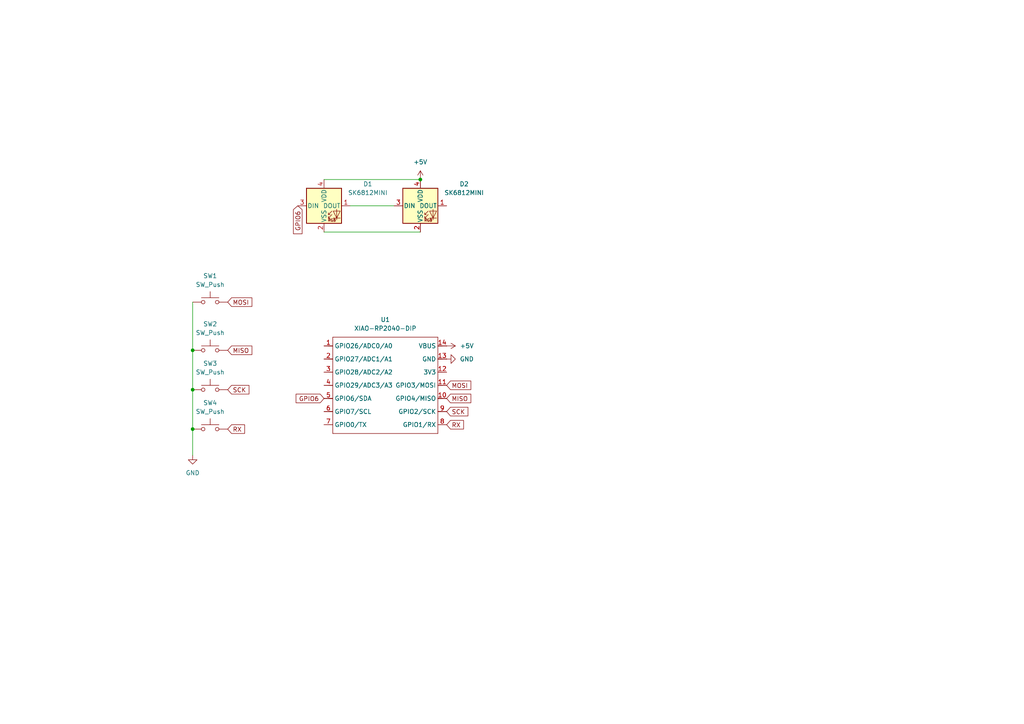
<source format=kicad_sch>
(kicad_sch
	(version 20231120)
	(generator "eeschema")
	(generator_version "8.0")
	(uuid "1606bed6-b9c0-4b29-a6b8-dd36e10e5413")
	(paper "A4")
	(lib_symbols
		(symbol "LED:SK6812MINI"
			(pin_names
				(offset 0.254)
			)
			(exclude_from_sim no)
			(in_bom yes)
			(on_board yes)
			(property "Reference" "D"
				(at 5.08 5.715 0)
				(effects
					(font
						(size 1.27 1.27)
					)
					(justify right bottom)
				)
			)
			(property "Value" "SK6812MINI"
				(at 1.27 -5.715 0)
				(effects
					(font
						(size 1.27 1.27)
					)
					(justify left top)
				)
			)
			(property "Footprint" "LED_SMD:LED_SK6812MINI_PLCC4_3.5x3.5mm_P1.75mm"
				(at 1.27 -7.62 0)
				(effects
					(font
						(size 1.27 1.27)
					)
					(justify left top)
					(hide yes)
				)
			)
			(property "Datasheet" "https://cdn-shop.adafruit.com/product-files/2686/SK6812MINI_REV.01-1-2.pdf"
				(at 2.54 -9.525 0)
				(effects
					(font
						(size 1.27 1.27)
					)
					(justify left top)
					(hide yes)
				)
			)
			(property "Description" "RGB LED with integrated controller"
				(at 0 0 0)
				(effects
					(font
						(size 1.27 1.27)
					)
					(hide yes)
				)
			)
			(property "ki_keywords" "RGB LED NeoPixel Mini addressable"
				(at 0 0 0)
				(effects
					(font
						(size 1.27 1.27)
					)
					(hide yes)
				)
			)
			(property "ki_fp_filters" "LED*SK6812MINI*PLCC*3.5x3.5mm*P1.75mm*"
				(at 0 0 0)
				(effects
					(font
						(size 1.27 1.27)
					)
					(hide yes)
				)
			)
			(symbol "SK6812MINI_0_0"
				(text "RGB"
					(at 2.286 -4.191 0)
					(effects
						(font
							(size 0.762 0.762)
						)
					)
				)
			)
			(symbol "SK6812MINI_0_1"
				(polyline
					(pts
						(xy 1.27 -3.556) (xy 1.778 -3.556)
					)
					(stroke
						(width 0)
						(type default)
					)
					(fill
						(type none)
					)
				)
				(polyline
					(pts
						(xy 1.27 -2.54) (xy 1.778 -2.54)
					)
					(stroke
						(width 0)
						(type default)
					)
					(fill
						(type none)
					)
				)
				(polyline
					(pts
						(xy 4.699 -3.556) (xy 2.667 -3.556)
					)
					(stroke
						(width 0)
						(type default)
					)
					(fill
						(type none)
					)
				)
				(polyline
					(pts
						(xy 2.286 -2.54) (xy 1.27 -3.556) (xy 1.27 -3.048)
					)
					(stroke
						(width 0)
						(type default)
					)
					(fill
						(type none)
					)
				)
				(polyline
					(pts
						(xy 2.286 -1.524) (xy 1.27 -2.54) (xy 1.27 -2.032)
					)
					(stroke
						(width 0)
						(type default)
					)
					(fill
						(type none)
					)
				)
				(polyline
					(pts
						(xy 3.683 -1.016) (xy 3.683 -3.556) (xy 3.683 -4.064)
					)
					(stroke
						(width 0)
						(type default)
					)
					(fill
						(type none)
					)
				)
				(polyline
					(pts
						(xy 4.699 -1.524) (xy 2.667 -1.524) (xy 3.683 -3.556) (xy 4.699 -1.524)
					)
					(stroke
						(width 0)
						(type default)
					)
					(fill
						(type none)
					)
				)
				(rectangle
					(start 5.08 5.08)
					(end -5.08 -5.08)
					(stroke
						(width 0.254)
						(type default)
					)
					(fill
						(type background)
					)
				)
			)
			(symbol "SK6812MINI_1_1"
				(pin output line
					(at 7.62 0 180)
					(length 2.54)
					(name "DOUT"
						(effects
							(font
								(size 1.27 1.27)
							)
						)
					)
					(number "1"
						(effects
							(font
								(size 1.27 1.27)
							)
						)
					)
				)
				(pin power_in line
					(at 0 -7.62 90)
					(length 2.54)
					(name "VSS"
						(effects
							(font
								(size 1.27 1.27)
							)
						)
					)
					(number "2"
						(effects
							(font
								(size 1.27 1.27)
							)
						)
					)
				)
				(pin input line
					(at -7.62 0 0)
					(length 2.54)
					(name "DIN"
						(effects
							(font
								(size 1.27 1.27)
							)
						)
					)
					(number "3"
						(effects
							(font
								(size 1.27 1.27)
							)
						)
					)
				)
				(pin power_in line
					(at 0 7.62 270)
					(length 2.54)
					(name "VDD"
						(effects
							(font
								(size 1.27 1.27)
							)
						)
					)
					(number "4"
						(effects
							(font
								(size 1.27 1.27)
							)
						)
					)
				)
			)
		)
		(symbol "Seeed_Studio_XIAO_Series:XIAO-RP2040-DIP"
			(exclude_from_sim no)
			(in_bom yes)
			(on_board yes)
			(property "Reference" "U"
				(at 0 0 0)
				(effects
					(font
						(size 1.27 1.27)
					)
				)
			)
			(property "Value" "XIAO-RP2040-DIP"
				(at 5.334 -1.778 0)
				(effects
					(font
						(size 1.27 1.27)
					)
				)
			)
			(property "Footprint" "Module:MOUDLE14P-XIAO-DIP-SMD"
				(at 14.478 -32.258 0)
				(effects
					(font
						(size 1.27 1.27)
					)
					(hide yes)
				)
			)
			(property "Datasheet" ""
				(at 0 0 0)
				(effects
					(font
						(size 1.27 1.27)
					)
					(hide yes)
				)
			)
			(property "Description" ""
				(at 0 0 0)
				(effects
					(font
						(size 1.27 1.27)
					)
					(hide yes)
				)
			)
			(symbol "XIAO-RP2040-DIP_1_0"
				(polyline
					(pts
						(xy -1.27 -30.48) (xy -1.27 -16.51)
					)
					(stroke
						(width 0.1524)
						(type solid)
					)
					(fill
						(type none)
					)
				)
				(polyline
					(pts
						(xy -1.27 -27.94) (xy -2.54 -27.94)
					)
					(stroke
						(width 0.1524)
						(type solid)
					)
					(fill
						(type none)
					)
				)
				(polyline
					(pts
						(xy -1.27 -24.13) (xy -2.54 -24.13)
					)
					(stroke
						(width 0.1524)
						(type solid)
					)
					(fill
						(type none)
					)
				)
				(polyline
					(pts
						(xy -1.27 -20.32) (xy -2.54 -20.32)
					)
					(stroke
						(width 0.1524)
						(type solid)
					)
					(fill
						(type none)
					)
				)
				(polyline
					(pts
						(xy -1.27 -16.51) (xy -2.54 -16.51)
					)
					(stroke
						(width 0.1524)
						(type solid)
					)
					(fill
						(type none)
					)
				)
				(polyline
					(pts
						(xy -1.27 -16.51) (xy -1.27 -12.7)
					)
					(stroke
						(width 0.1524)
						(type solid)
					)
					(fill
						(type none)
					)
				)
				(polyline
					(pts
						(xy -1.27 -12.7) (xy -2.54 -12.7)
					)
					(stroke
						(width 0.1524)
						(type solid)
					)
					(fill
						(type none)
					)
				)
				(polyline
					(pts
						(xy -1.27 -12.7) (xy -1.27 -8.89)
					)
					(stroke
						(width 0.1524)
						(type solid)
					)
					(fill
						(type none)
					)
				)
				(polyline
					(pts
						(xy -1.27 -8.89) (xy -2.54 -8.89)
					)
					(stroke
						(width 0.1524)
						(type solid)
					)
					(fill
						(type none)
					)
				)
				(polyline
					(pts
						(xy -1.27 -8.89) (xy -1.27 -5.08)
					)
					(stroke
						(width 0.1524)
						(type solid)
					)
					(fill
						(type none)
					)
				)
				(polyline
					(pts
						(xy -1.27 -5.08) (xy -2.54 -5.08)
					)
					(stroke
						(width 0.1524)
						(type solid)
					)
					(fill
						(type none)
					)
				)
				(polyline
					(pts
						(xy -1.27 -5.08) (xy -1.27 -2.54)
					)
					(stroke
						(width 0.1524)
						(type solid)
					)
					(fill
						(type none)
					)
				)
				(polyline
					(pts
						(xy -1.27 -2.54) (xy 29.21 -2.54)
					)
					(stroke
						(width 0.1524)
						(type solid)
					)
					(fill
						(type none)
					)
				)
				(polyline
					(pts
						(xy 29.21 -30.48) (xy -1.27 -30.48)
					)
					(stroke
						(width 0.1524)
						(type solid)
					)
					(fill
						(type none)
					)
				)
				(polyline
					(pts
						(xy 29.21 -12.7) (xy 29.21 -30.48)
					)
					(stroke
						(width 0.1524)
						(type solid)
					)
					(fill
						(type none)
					)
				)
				(polyline
					(pts
						(xy 29.21 -8.89) (xy 29.21 -12.7)
					)
					(stroke
						(width 0.1524)
						(type solid)
					)
					(fill
						(type none)
					)
				)
				(polyline
					(pts
						(xy 29.21 -5.08) (xy 29.21 -8.89)
					)
					(stroke
						(width 0.1524)
						(type solid)
					)
					(fill
						(type none)
					)
				)
				(polyline
					(pts
						(xy 29.21 -2.54) (xy 29.21 -5.08)
					)
					(stroke
						(width 0.1524)
						(type solid)
					)
					(fill
						(type none)
					)
				)
				(polyline
					(pts
						(xy 30.48 -27.94) (xy 29.21 -27.94)
					)
					(stroke
						(width 0.1524)
						(type solid)
					)
					(fill
						(type none)
					)
				)
				(polyline
					(pts
						(xy 30.48 -24.13) (xy 29.21 -24.13)
					)
					(stroke
						(width 0.1524)
						(type solid)
					)
					(fill
						(type none)
					)
				)
				(polyline
					(pts
						(xy 30.48 -20.32) (xy 29.21 -20.32)
					)
					(stroke
						(width 0.1524)
						(type solid)
					)
					(fill
						(type none)
					)
				)
				(polyline
					(pts
						(xy 30.48 -16.51) (xy 29.21 -16.51)
					)
					(stroke
						(width 0.1524)
						(type solid)
					)
					(fill
						(type none)
					)
				)
				(polyline
					(pts
						(xy 30.48 -12.7) (xy 29.21 -12.7)
					)
					(stroke
						(width 0.1524)
						(type solid)
					)
					(fill
						(type none)
					)
				)
				(polyline
					(pts
						(xy 30.48 -8.89) (xy 29.21 -8.89)
					)
					(stroke
						(width 0.1524)
						(type solid)
					)
					(fill
						(type none)
					)
				)
				(polyline
					(pts
						(xy 30.48 -5.08) (xy 29.21 -5.08)
					)
					(stroke
						(width 0.1524)
						(type solid)
					)
					(fill
						(type none)
					)
				)
				(pin passive line
					(at -3.81 -5.08 0)
					(length 2.54)
					(name "GPIO26/ADC0/A0"
						(effects
							(font
								(size 1.27 1.27)
							)
						)
					)
					(number "1"
						(effects
							(font
								(size 1.27 1.27)
							)
						)
					)
				)
				(pin passive line
					(at 31.75 -20.32 180)
					(length 2.54)
					(name "GPIO4/MISO"
						(effects
							(font
								(size 1.27 1.27)
							)
						)
					)
					(number "10"
						(effects
							(font
								(size 1.27 1.27)
							)
						)
					)
				)
				(pin passive line
					(at 31.75 -16.51 180)
					(length 2.54)
					(name "GPIO3/MOSI"
						(effects
							(font
								(size 1.27 1.27)
							)
						)
					)
					(number "11"
						(effects
							(font
								(size 1.27 1.27)
							)
						)
					)
				)
				(pin passive line
					(at 31.75 -12.7 180)
					(length 2.54)
					(name "3V3"
						(effects
							(font
								(size 1.27 1.27)
							)
						)
					)
					(number "12"
						(effects
							(font
								(size 1.27 1.27)
							)
						)
					)
				)
				(pin passive line
					(at 31.75 -8.89 180)
					(length 2.54)
					(name "GND"
						(effects
							(font
								(size 1.27 1.27)
							)
						)
					)
					(number "13"
						(effects
							(font
								(size 1.27 1.27)
							)
						)
					)
				)
				(pin passive line
					(at 31.75 -5.08 180)
					(length 2.54)
					(name "VBUS"
						(effects
							(font
								(size 1.27 1.27)
							)
						)
					)
					(number "14"
						(effects
							(font
								(size 1.27 1.27)
							)
						)
					)
				)
				(pin passive line
					(at -3.81 -8.89 0)
					(length 2.54)
					(name "GPIO27/ADC1/A1"
						(effects
							(font
								(size 1.27 1.27)
							)
						)
					)
					(number "2"
						(effects
							(font
								(size 1.27 1.27)
							)
						)
					)
				)
				(pin passive line
					(at -3.81 -12.7 0)
					(length 2.54)
					(name "GPIO28/ADC2/A2"
						(effects
							(font
								(size 1.27 1.27)
							)
						)
					)
					(number "3"
						(effects
							(font
								(size 1.27 1.27)
							)
						)
					)
				)
				(pin passive line
					(at -3.81 -16.51 0)
					(length 2.54)
					(name "GPIO29/ADC3/A3"
						(effects
							(font
								(size 1.27 1.27)
							)
						)
					)
					(number "4"
						(effects
							(font
								(size 1.27 1.27)
							)
						)
					)
				)
				(pin passive line
					(at -3.81 -20.32 0)
					(length 2.54)
					(name "GPIO6/SDA"
						(effects
							(font
								(size 1.27 1.27)
							)
						)
					)
					(number "5"
						(effects
							(font
								(size 1.27 1.27)
							)
						)
					)
				)
				(pin passive line
					(at -3.81 -24.13 0)
					(length 2.54)
					(name "GPIO7/SCL"
						(effects
							(font
								(size 1.27 1.27)
							)
						)
					)
					(number "6"
						(effects
							(font
								(size 1.27 1.27)
							)
						)
					)
				)
				(pin passive line
					(at -3.81 -27.94 0)
					(length 2.54)
					(name "GPIO0/TX"
						(effects
							(font
								(size 1.27 1.27)
							)
						)
					)
					(number "7"
						(effects
							(font
								(size 1.27 1.27)
							)
						)
					)
				)
				(pin passive line
					(at 31.75 -27.94 180)
					(length 2.54)
					(name "GPIO1/RX"
						(effects
							(font
								(size 1.27 1.27)
							)
						)
					)
					(number "8"
						(effects
							(font
								(size 1.27 1.27)
							)
						)
					)
				)
				(pin passive line
					(at 31.75 -24.13 180)
					(length 2.54)
					(name "GPIO2/SCK"
						(effects
							(font
								(size 1.27 1.27)
							)
						)
					)
					(number "9"
						(effects
							(font
								(size 1.27 1.27)
							)
						)
					)
				)
			)
		)
		(symbol "Switch:SW_Push"
			(pin_numbers hide)
			(pin_names
				(offset 1.016) hide)
			(exclude_from_sim no)
			(in_bom yes)
			(on_board yes)
			(property "Reference" "SW"
				(at 1.27 2.54 0)
				(effects
					(font
						(size 1.27 1.27)
					)
					(justify left)
				)
			)
			(property "Value" "SW_Push"
				(at 0 -1.524 0)
				(effects
					(font
						(size 1.27 1.27)
					)
				)
			)
			(property "Footprint" ""
				(at 0 5.08 0)
				(effects
					(font
						(size 1.27 1.27)
					)
					(hide yes)
				)
			)
			(property "Datasheet" "~"
				(at 0 5.08 0)
				(effects
					(font
						(size 1.27 1.27)
					)
					(hide yes)
				)
			)
			(property "Description" "Push button switch, generic, two pins"
				(at 0 0 0)
				(effects
					(font
						(size 1.27 1.27)
					)
					(hide yes)
				)
			)
			(property "ki_keywords" "switch normally-open pushbutton push-button"
				(at 0 0 0)
				(effects
					(font
						(size 1.27 1.27)
					)
					(hide yes)
				)
			)
			(symbol "SW_Push_0_1"
				(circle
					(center -2.032 0)
					(radius 0.508)
					(stroke
						(width 0)
						(type default)
					)
					(fill
						(type none)
					)
				)
				(polyline
					(pts
						(xy 0 1.27) (xy 0 3.048)
					)
					(stroke
						(width 0)
						(type default)
					)
					(fill
						(type none)
					)
				)
				(polyline
					(pts
						(xy 2.54 1.27) (xy -2.54 1.27)
					)
					(stroke
						(width 0)
						(type default)
					)
					(fill
						(type none)
					)
				)
				(circle
					(center 2.032 0)
					(radius 0.508)
					(stroke
						(width 0)
						(type default)
					)
					(fill
						(type none)
					)
				)
				(pin passive line
					(at -5.08 0 0)
					(length 2.54)
					(name "1"
						(effects
							(font
								(size 1.27 1.27)
							)
						)
					)
					(number "1"
						(effects
							(font
								(size 1.27 1.27)
							)
						)
					)
				)
				(pin passive line
					(at 5.08 0 180)
					(length 2.54)
					(name "2"
						(effects
							(font
								(size 1.27 1.27)
							)
						)
					)
					(number "2"
						(effects
							(font
								(size 1.27 1.27)
							)
						)
					)
				)
			)
		)
		(symbol "power:+5V"
			(power)
			(pin_numbers hide)
			(pin_names
				(offset 0) hide)
			(exclude_from_sim no)
			(in_bom yes)
			(on_board yes)
			(property "Reference" "#PWR"
				(at 0 -3.81 0)
				(effects
					(font
						(size 1.27 1.27)
					)
					(hide yes)
				)
			)
			(property "Value" "+5V"
				(at 0 3.556 0)
				(effects
					(font
						(size 1.27 1.27)
					)
				)
			)
			(property "Footprint" ""
				(at 0 0 0)
				(effects
					(font
						(size 1.27 1.27)
					)
					(hide yes)
				)
			)
			(property "Datasheet" ""
				(at 0 0 0)
				(effects
					(font
						(size 1.27 1.27)
					)
					(hide yes)
				)
			)
			(property "Description" "Power symbol creates a global label with name \"+5V\""
				(at 0 0 0)
				(effects
					(font
						(size 1.27 1.27)
					)
					(hide yes)
				)
			)
			(property "ki_keywords" "global power"
				(at 0 0 0)
				(effects
					(font
						(size 1.27 1.27)
					)
					(hide yes)
				)
			)
			(symbol "+5V_0_1"
				(polyline
					(pts
						(xy -0.762 1.27) (xy 0 2.54)
					)
					(stroke
						(width 0)
						(type default)
					)
					(fill
						(type none)
					)
				)
				(polyline
					(pts
						(xy 0 0) (xy 0 2.54)
					)
					(stroke
						(width 0)
						(type default)
					)
					(fill
						(type none)
					)
				)
				(polyline
					(pts
						(xy 0 2.54) (xy 0.762 1.27)
					)
					(stroke
						(width 0)
						(type default)
					)
					(fill
						(type none)
					)
				)
			)
			(symbol "+5V_1_1"
				(pin power_in line
					(at 0 0 90)
					(length 0)
					(name "~"
						(effects
							(font
								(size 1.27 1.27)
							)
						)
					)
					(number "1"
						(effects
							(font
								(size 1.27 1.27)
							)
						)
					)
				)
			)
		)
		(symbol "power:GND"
			(power)
			(pin_numbers hide)
			(pin_names
				(offset 0) hide)
			(exclude_from_sim no)
			(in_bom yes)
			(on_board yes)
			(property "Reference" "#PWR"
				(at 0 -6.35 0)
				(effects
					(font
						(size 1.27 1.27)
					)
					(hide yes)
				)
			)
			(property "Value" "GND"
				(at 0 -3.81 0)
				(effects
					(font
						(size 1.27 1.27)
					)
				)
			)
			(property "Footprint" ""
				(at 0 0 0)
				(effects
					(font
						(size 1.27 1.27)
					)
					(hide yes)
				)
			)
			(property "Datasheet" ""
				(at 0 0 0)
				(effects
					(font
						(size 1.27 1.27)
					)
					(hide yes)
				)
			)
			(property "Description" "Power symbol creates a global label with name \"GND\" , ground"
				(at 0 0 0)
				(effects
					(font
						(size 1.27 1.27)
					)
					(hide yes)
				)
			)
			(property "ki_keywords" "global power"
				(at 0 0 0)
				(effects
					(font
						(size 1.27 1.27)
					)
					(hide yes)
				)
			)
			(symbol "GND_0_1"
				(polyline
					(pts
						(xy 0 0) (xy 0 -1.27) (xy 1.27 -1.27) (xy 0 -2.54) (xy -1.27 -1.27) (xy 0 -1.27)
					)
					(stroke
						(width 0)
						(type default)
					)
					(fill
						(type none)
					)
				)
			)
			(symbol "GND_1_1"
				(pin power_in line
					(at 0 0 270)
					(length 0)
					(name "~"
						(effects
							(font
								(size 1.27 1.27)
							)
						)
					)
					(number "1"
						(effects
							(font
								(size 1.27 1.27)
							)
						)
					)
				)
			)
		)
	)
	(junction
		(at 55.88 124.46)
		(diameter 0)
		(color 0 0 0 0)
		(uuid "5710ec71-61b1-437c-a4f1-211f529413f2")
	)
	(junction
		(at 121.92 52.07)
		(diameter 0)
		(color 0 0 0 0)
		(uuid "6910da57-d542-4274-8e7c-acd64e04d2b5")
	)
	(junction
		(at 55.88 113.03)
		(diameter 0)
		(color 0 0 0 0)
		(uuid "92e2f5e0-41d2-4245-b7ee-5931b6c91234")
	)
	(junction
		(at 55.88 101.6)
		(diameter 0)
		(color 0 0 0 0)
		(uuid "eb64900f-980a-4757-b600-e7a2ae3b8180")
	)
	(wire
		(pts
			(xy 55.88 101.6) (xy 55.88 113.03)
		)
		(stroke
			(width 0)
			(type default)
		)
		(uuid "02b131dd-103b-4098-8b67-5c5a92aff98d")
	)
	(wire
		(pts
			(xy 93.98 52.07) (xy 121.92 52.07)
		)
		(stroke
			(width 0)
			(type default)
		)
		(uuid "0dbce03d-f90e-463f-85eb-f00216e8b41e")
	)
	(wire
		(pts
			(xy 93.98 67.31) (xy 121.92 67.31)
		)
		(stroke
			(width 0)
			(type default)
		)
		(uuid "289b200f-a515-4ab1-b6dd-164c2ff6d59f")
	)
	(wire
		(pts
			(xy 55.88 124.46) (xy 55.88 132.08)
		)
		(stroke
			(width 0)
			(type default)
		)
		(uuid "7222c95a-0c96-4ca6-9c1d-e9f169434b27")
	)
	(wire
		(pts
			(xy 101.6 59.69) (xy 114.3 59.69)
		)
		(stroke
			(width 0)
			(type default)
		)
		(uuid "bca85795-2ab1-419b-993d-fcbcce1e71b2")
	)
	(wire
		(pts
			(xy 55.88 87.63) (xy 55.88 101.6)
		)
		(stroke
			(width 0)
			(type default)
		)
		(uuid "cb7a9c8b-153c-4d2d-8332-9265aed27090")
	)
	(wire
		(pts
			(xy 55.88 113.03) (xy 55.88 124.46)
		)
		(stroke
			(width 0)
			(type default)
		)
		(uuid "dafbaade-e24d-48dc-a669-6f7c10d1de97")
	)
	(global_label "SCK"
		(shape input)
		(at 66.04 113.03 0)
		(fields_autoplaced yes)
		(effects
			(font
				(size 1.27 1.27)
			)
			(justify left)
		)
		(uuid "0c65ba98-77ad-4e30-92da-0e3e220ac6ca")
		(property "Intersheetrefs" "${INTERSHEET_REFS}"
			(at 72.7747 113.03 0)
			(effects
				(font
					(size 1.27 1.27)
				)
				(justify left)
				(hide yes)
			)
		)
	)
	(global_label "MOSI"
		(shape input)
		(at 66.04 87.63 0)
		(fields_autoplaced yes)
		(effects
			(font
				(size 1.27 1.27)
			)
			(justify left)
		)
		(uuid "2683ce0f-f686-45fe-8b6d-b6a9498ef68c")
		(property "Intersheetrefs" "${INTERSHEET_REFS}"
			(at 73.6214 87.63 0)
			(effects
				(font
					(size 1.27 1.27)
				)
				(justify left)
				(hide yes)
			)
		)
	)
	(global_label "MISO"
		(shape input)
		(at 66.04 101.6 0)
		(fields_autoplaced yes)
		(effects
			(font
				(size 1.27 1.27)
			)
			(justify left)
		)
		(uuid "2c63aa88-7edb-4e7c-a6c6-6694694802a8")
		(property "Intersheetrefs" "${INTERSHEET_REFS}"
			(at 73.6214 101.6 0)
			(effects
				(font
					(size 1.27 1.27)
				)
				(justify left)
				(hide yes)
			)
		)
	)
	(global_label "SCK"
		(shape input)
		(at 129.54 119.38 0)
		(fields_autoplaced yes)
		(effects
			(font
				(size 1.27 1.27)
			)
			(justify left)
		)
		(uuid "369b80cd-e472-4e17-bbb0-c59a2b7ab27f")
		(property "Intersheetrefs" "${INTERSHEET_REFS}"
			(at 136.2747 119.38 0)
			(effects
				(font
					(size 1.27 1.27)
				)
				(justify left)
				(hide yes)
			)
		)
	)
	(global_label "GPIO6"
		(shape input)
		(at 86.36 59.69 270)
		(fields_autoplaced yes)
		(effects
			(font
				(size 1.27 1.27)
			)
			(justify right)
		)
		(uuid "45a807c8-0232-439d-8db7-b2a448bdf0e1")
		(property "Intersheetrefs" "${INTERSHEET_REFS}"
			(at 86.36 68.36 90)
			(effects
				(font
					(size 1.27 1.27)
				)
				(justify right)
				(hide yes)
			)
		)
	)
	(global_label "RX"
		(shape input)
		(at 66.04 124.46 0)
		(fields_autoplaced yes)
		(effects
			(font
				(size 1.27 1.27)
			)
			(justify left)
		)
		(uuid "5fc4313b-24c5-428a-8dcc-1812c3d5bef0")
		(property "Intersheetrefs" "${INTERSHEET_REFS}"
			(at 71.5047 124.46 0)
			(effects
				(font
					(size 1.27 1.27)
				)
				(justify left)
				(hide yes)
			)
		)
	)
	(global_label "MISO"
		(shape input)
		(at 129.54 115.57 0)
		(fields_autoplaced yes)
		(effects
			(font
				(size 1.27 1.27)
			)
			(justify left)
		)
		(uuid "631774e2-71a7-4c3c-89a2-6e2c44267136")
		(property "Intersheetrefs" "${INTERSHEET_REFS}"
			(at 137.1214 115.57 0)
			(effects
				(font
					(size 1.27 1.27)
				)
				(justify left)
				(hide yes)
			)
		)
	)
	(global_label "RX"
		(shape input)
		(at 129.54 123.19 0)
		(fields_autoplaced yes)
		(effects
			(font
				(size 1.27 1.27)
			)
			(justify left)
		)
		(uuid "84e503f0-5278-44f9-b8f0-0c517a3fc379")
		(property "Intersheetrefs" "${INTERSHEET_REFS}"
			(at 135.0047 123.19 0)
			(effects
				(font
					(size 1.27 1.27)
				)
				(justify left)
				(hide yes)
			)
		)
	)
	(global_label "GPIO6"
		(shape input)
		(at 93.98 115.57 180)
		(fields_autoplaced yes)
		(effects
			(font
				(size 1.27 1.27)
			)
			(justify right)
		)
		(uuid "86a60eae-9c5d-4c5d-b705-c241ef90ac69")
		(property "Intersheetrefs" "${INTERSHEET_REFS}"
			(at 85.31 115.57 0)
			(effects
				(font
					(size 1.27 1.27)
				)
				(justify right)
				(hide yes)
			)
		)
	)
	(global_label "MOSI"
		(shape input)
		(at 129.54 111.76 0)
		(fields_autoplaced yes)
		(effects
			(font
				(size 1.27 1.27)
			)
			(justify left)
		)
		(uuid "ec2051dd-badc-4e10-96b1-a7b42b751bfa")
		(property "Intersheetrefs" "${INTERSHEET_REFS}"
			(at 137.1214 111.76 0)
			(effects
				(font
					(size 1.27 1.27)
				)
				(justify left)
				(hide yes)
			)
		)
	)
	(symbol
		(lib_id "Switch:SW_Push")
		(at 60.96 101.6 0)
		(unit 1)
		(exclude_from_sim no)
		(in_bom yes)
		(on_board yes)
		(dnp no)
		(fields_autoplaced yes)
		(uuid "1f8b43c7-ec66-4b79-9fda-61eeb36aa6c5")
		(property "Reference" "SW2"
			(at 60.96 93.98 0)
			(effects
				(font
					(size 1.27 1.27)
				)
			)
		)
		(property "Value" "SW_Push"
			(at 60.96 96.52 0)
			(effects
				(font
					(size 1.27 1.27)
				)
			)
		)
		(property "Footprint" "Button_Switch_Keyboard:SW_Cherry_MX_1.00u_PCB"
			(at 60.96 96.52 0)
			(effects
				(font
					(size 1.27 1.27)
				)
				(hide yes)
			)
		)
		(property "Datasheet" "~"
			(at 60.96 96.52 0)
			(effects
				(font
					(size 1.27 1.27)
				)
				(hide yes)
			)
		)
		(property "Description" "Push button switch, generic, two pins"
			(at 60.96 101.6 0)
			(effects
				(font
					(size 1.27 1.27)
				)
				(hide yes)
			)
		)
		(pin "2"
			(uuid "ec19d8b8-5bdb-49f6-8515-21d07454742c")
		)
		(pin "1"
			(uuid "5fcafcec-c93b-4037-b59e-5117ac237509")
		)
		(instances
			(project "Macropad"
				(path "/1606bed6-b9c0-4b29-a6b8-dd36e10e5413"
					(reference "SW2")
					(unit 1)
				)
			)
		)
	)
	(symbol
		(lib_id "power:+5V")
		(at 129.54 100.33 270)
		(unit 1)
		(exclude_from_sim no)
		(in_bom yes)
		(on_board yes)
		(dnp no)
		(fields_autoplaced yes)
		(uuid "53c448d6-07ae-4413-a51c-b3860d870cf9")
		(property "Reference" "#PWR04"
			(at 125.73 100.33 0)
			(effects
				(font
					(size 1.27 1.27)
				)
				(hide yes)
			)
		)
		(property "Value" "+5V"
			(at 133.35 100.3299 90)
			(effects
				(font
					(size 1.27 1.27)
				)
				(justify left)
			)
		)
		(property "Footprint" ""
			(at 129.54 100.33 0)
			(effects
				(font
					(size 1.27 1.27)
				)
				(hide yes)
			)
		)
		(property "Datasheet" ""
			(at 129.54 100.33 0)
			(effects
				(font
					(size 1.27 1.27)
				)
				(hide yes)
			)
		)
		(property "Description" "Power symbol creates a global label with name \"+5V\""
			(at 129.54 100.33 0)
			(effects
				(font
					(size 1.27 1.27)
				)
				(hide yes)
			)
		)
		(pin "1"
			(uuid "818adf1c-838f-4830-92fb-d76e62526df7")
		)
		(instances
			(project "Macropad"
				(path "/1606bed6-b9c0-4b29-a6b8-dd36e10e5413"
					(reference "#PWR04")
					(unit 1)
				)
			)
		)
	)
	(symbol
		(lib_id "Switch:SW_Push")
		(at 60.96 124.46 0)
		(unit 1)
		(exclude_from_sim no)
		(in_bom yes)
		(on_board yes)
		(dnp no)
		(fields_autoplaced yes)
		(uuid "540f1ab7-f247-4a62-9cdb-9f747b579600")
		(property "Reference" "SW4"
			(at 60.96 116.84 0)
			(effects
				(font
					(size 1.27 1.27)
				)
			)
		)
		(property "Value" "SW_Push"
			(at 60.96 119.38 0)
			(effects
				(font
					(size 1.27 1.27)
				)
			)
		)
		(property "Footprint" "Button_Switch_Keyboard:SW_Cherry_MX_1.00u_PCB"
			(at 60.96 119.38 0)
			(effects
				(font
					(size 1.27 1.27)
				)
				(hide yes)
			)
		)
		(property "Datasheet" "~"
			(at 60.96 119.38 0)
			(effects
				(font
					(size 1.27 1.27)
				)
				(hide yes)
			)
		)
		(property "Description" "Push button switch, generic, two pins"
			(at 60.96 124.46 0)
			(effects
				(font
					(size 1.27 1.27)
				)
				(hide yes)
			)
		)
		(pin "2"
			(uuid "dca8612e-dd66-46ff-8d12-a47e0c0f4538")
		)
		(pin "1"
			(uuid "7143b9b2-949f-47cd-aecb-49dcfe3907e0")
		)
		(instances
			(project "Macropad"
				(path "/1606bed6-b9c0-4b29-a6b8-dd36e10e5413"
					(reference "SW4")
					(unit 1)
				)
			)
		)
	)
	(symbol
		(lib_id "power:GND")
		(at 55.88 132.08 0)
		(unit 1)
		(exclude_from_sim no)
		(in_bom yes)
		(on_board yes)
		(dnp no)
		(fields_autoplaced yes)
		(uuid "55c247b9-846c-4697-bbce-6ab05832a815")
		(property "Reference" "#PWR02"
			(at 55.88 138.43 0)
			(effects
				(font
					(size 1.27 1.27)
				)
				(hide yes)
			)
		)
		(property "Value" "GND"
			(at 55.88 137.16 0)
			(effects
				(font
					(size 1.27 1.27)
				)
			)
		)
		(property "Footprint" ""
			(at 55.88 132.08 0)
			(effects
				(font
					(size 1.27 1.27)
				)
				(hide yes)
			)
		)
		(property "Datasheet" ""
			(at 55.88 132.08 0)
			(effects
				(font
					(size 1.27 1.27)
				)
				(hide yes)
			)
		)
		(property "Description" "Power symbol creates a global label with name \"GND\" , ground"
			(at 55.88 132.08 0)
			(effects
				(font
					(size 1.27 1.27)
				)
				(hide yes)
			)
		)
		(pin "1"
			(uuid "15ddca84-e2d7-43c5-9955-465742061d96")
		)
		(instances
			(project ""
				(path "/1606bed6-b9c0-4b29-a6b8-dd36e10e5413"
					(reference "#PWR02")
					(unit 1)
				)
			)
		)
	)
	(symbol
		(lib_id "Seeed_Studio_XIAO_Series:XIAO-RP2040-DIP")
		(at 97.79 95.25 0)
		(unit 1)
		(exclude_from_sim no)
		(in_bom yes)
		(on_board yes)
		(dnp no)
		(fields_autoplaced yes)
		(uuid "5c59baa1-dcb8-47f3-802a-7cebee275f23")
		(property "Reference" "U1"
			(at 111.76 92.71 0)
			(effects
				(font
					(size 1.27 1.27)
				)
			)
		)
		(property "Value" "XIAO-RP2040-DIP"
			(at 111.76 95.25 0)
			(effects
				(font
					(size 1.27 1.27)
				)
			)
		)
		(property "Footprint" "OPL:XIAO-RP2040-DIP"
			(at 112.268 127.508 0)
			(effects
				(font
					(size 1.27 1.27)
				)
				(hide yes)
			)
		)
		(property "Datasheet" ""
			(at 97.79 95.25 0)
			(effects
				(font
					(size 1.27 1.27)
				)
				(hide yes)
			)
		)
		(property "Description" ""
			(at 97.79 95.25 0)
			(effects
				(font
					(size 1.27 1.27)
				)
				(hide yes)
			)
		)
		(pin "5"
			(uuid "dd8ae39d-6077-47e9-892d-56bb2d30be2c")
		)
		(pin "10"
			(uuid "1ad3ae38-6e38-49d5-901f-697621658853")
		)
		(pin "7"
			(uuid "f0378269-d3a2-45c8-8884-8bc7ba8e4980")
		)
		(pin "8"
			(uuid "4afa5f59-1945-4c0b-9418-dd256a95f8f9")
		)
		(pin "9"
			(uuid "a3b58635-efbd-4805-8cfd-eca8a91997c8")
		)
		(pin "6"
			(uuid "c0aa6558-ebf2-4bb5-a85a-db993813581c")
		)
		(pin "11"
			(uuid "3b697037-7ba5-4db0-818c-8871522179a6")
		)
		(pin "12"
			(uuid "d000f854-9675-4962-9999-6086cb8fa4f5")
		)
		(pin "1"
			(uuid "87a2c0d4-7ace-44df-9793-a9d1a22c05bd")
		)
		(pin "14"
			(uuid "8d415232-f821-44af-8879-06a0e2037ce4")
		)
		(pin "13"
			(uuid "8c5c7297-16b8-46c6-acdf-064c7788bd4a")
		)
		(pin "2"
			(uuid "b76dc16b-87cb-4782-82de-b39fb8abed0a")
		)
		(pin "3"
			(uuid "82617d05-73e7-42a8-918e-aee49b75b563")
		)
		(pin "4"
			(uuid "bee4f34a-10b8-46da-9276-7aa8f34652f9")
		)
		(instances
			(project ""
				(path "/1606bed6-b9c0-4b29-a6b8-dd36e10e5413"
					(reference "U1")
					(unit 1)
				)
			)
		)
	)
	(symbol
		(lib_id "Switch:SW_Push")
		(at 60.96 113.03 0)
		(unit 1)
		(exclude_from_sim no)
		(in_bom yes)
		(on_board yes)
		(dnp no)
		(fields_autoplaced yes)
		(uuid "77920e58-01df-4bb1-8e6b-6d151485acd2")
		(property "Reference" "SW3"
			(at 60.96 105.41 0)
			(effects
				(font
					(size 1.27 1.27)
				)
			)
		)
		(property "Value" "SW_Push"
			(at 60.96 107.95 0)
			(effects
				(font
					(size 1.27 1.27)
				)
			)
		)
		(property "Footprint" "Button_Switch_Keyboard:SW_Cherry_MX_1.00u_PCB"
			(at 60.96 107.95 0)
			(effects
				(font
					(size 1.27 1.27)
				)
				(hide yes)
			)
		)
		(property "Datasheet" "~"
			(at 60.96 107.95 0)
			(effects
				(font
					(size 1.27 1.27)
				)
				(hide yes)
			)
		)
		(property "Description" "Push button switch, generic, two pins"
			(at 60.96 113.03 0)
			(effects
				(font
					(size 1.27 1.27)
				)
				(hide yes)
			)
		)
		(pin "2"
			(uuid "6ba471a1-f704-4184-b2b0-387d9b9763f1")
		)
		(pin "1"
			(uuid "e46e06cf-0c0d-4842-90c4-14a43ec4b2eb")
		)
		(instances
			(project "Macropad"
				(path "/1606bed6-b9c0-4b29-a6b8-dd36e10e5413"
					(reference "SW3")
					(unit 1)
				)
			)
		)
	)
	(symbol
		(lib_id "LED:SK6812MINI")
		(at 93.98 59.69 0)
		(unit 1)
		(exclude_from_sim no)
		(in_bom yes)
		(on_board yes)
		(dnp no)
		(fields_autoplaced yes)
		(uuid "981564e9-6e71-48ee-a0ab-72b78979eb71")
		(property "Reference" "D1"
			(at 106.68 53.3714 0)
			(effects
				(font
					(size 1.27 1.27)
				)
			)
		)
		(property "Value" "SK6812MINI"
			(at 106.68 55.9114 0)
			(effects
				(font
					(size 1.27 1.27)
				)
			)
		)
		(property "Footprint" "LED_SMD:LED_SK6812MINI_PLCC4_3.5x3.5mm_P1.75mm"
			(at 95.25 67.31 0)
			(effects
				(font
					(size 1.27 1.27)
				)
				(justify left top)
				(hide yes)
			)
		)
		(property "Datasheet" "https://cdn-shop.adafruit.com/product-files/2686/SK6812MINI_REV.01-1-2.pdf"
			(at 96.52 69.215 0)
			(effects
				(font
					(size 1.27 1.27)
				)
				(justify left top)
				(hide yes)
			)
		)
		(property "Description" "RGB LED with integrated controller"
			(at 93.98 59.69 0)
			(effects
				(font
					(size 1.27 1.27)
				)
				(hide yes)
			)
		)
		(pin "2"
			(uuid "8a33692b-3b55-4cb7-83da-1e704387daf5")
		)
		(pin "4"
			(uuid "3e3bf6da-668f-4f9b-8ff0-201c1dbc5d2d")
		)
		(pin "1"
			(uuid "fdff21b0-d9ac-49ec-8835-c044a64d3b07")
		)
		(pin "3"
			(uuid "2cbf5aff-93ca-41c9-9c68-13147952c0d3")
		)
		(instances
			(project ""
				(path "/1606bed6-b9c0-4b29-a6b8-dd36e10e5413"
					(reference "D1")
					(unit 1)
				)
			)
		)
	)
	(symbol
		(lib_id "power:GND")
		(at 129.54 104.14 90)
		(unit 1)
		(exclude_from_sim no)
		(in_bom yes)
		(on_board yes)
		(dnp no)
		(fields_autoplaced yes)
		(uuid "bd2a827f-8128-4bf0-9435-3905692487ae")
		(property "Reference" "#PWR03"
			(at 135.89 104.14 0)
			(effects
				(font
					(size 1.27 1.27)
				)
				(hide yes)
			)
		)
		(property "Value" "GND"
			(at 133.35 104.1399 90)
			(effects
				(font
					(size 1.27 1.27)
				)
				(justify right)
			)
		)
		(property "Footprint" ""
			(at 129.54 104.14 0)
			(effects
				(font
					(size 1.27 1.27)
				)
				(hide yes)
			)
		)
		(property "Datasheet" ""
			(at 129.54 104.14 0)
			(effects
				(font
					(size 1.27 1.27)
				)
				(hide yes)
			)
		)
		(property "Description" "Power symbol creates a global label with name \"GND\" , ground"
			(at 129.54 104.14 0)
			(effects
				(font
					(size 1.27 1.27)
				)
				(hide yes)
			)
		)
		(pin "1"
			(uuid "f1343b0d-f874-401b-b19f-32a643a1bdfc")
		)
		(instances
			(project "Macropad"
				(path "/1606bed6-b9c0-4b29-a6b8-dd36e10e5413"
					(reference "#PWR03")
					(unit 1)
				)
			)
		)
	)
	(symbol
		(lib_id "Switch:SW_Push")
		(at 60.96 87.63 0)
		(unit 1)
		(exclude_from_sim no)
		(in_bom yes)
		(on_board yes)
		(dnp no)
		(fields_autoplaced yes)
		(uuid "cbcd0b75-f7f1-451d-9ebc-9a07f0d034ab")
		(property "Reference" "SW1"
			(at 60.96 80.01 0)
			(effects
				(font
					(size 1.27 1.27)
				)
			)
		)
		(property "Value" "SW_Push"
			(at 60.96 82.55 0)
			(effects
				(font
					(size 1.27 1.27)
				)
			)
		)
		(property "Footprint" "Button_Switch_Keyboard:SW_Cherry_MX_1.00u_PCB"
			(at 60.96 82.55 0)
			(effects
				(font
					(size 1.27 1.27)
				)
				(hide yes)
			)
		)
		(property "Datasheet" "~"
			(at 60.96 82.55 0)
			(effects
				(font
					(size 1.27 1.27)
				)
				(hide yes)
			)
		)
		(property "Description" "Push button switch, generic, two pins"
			(at 60.96 87.63 0)
			(effects
				(font
					(size 1.27 1.27)
				)
				(hide yes)
			)
		)
		(pin "2"
			(uuid "b437f16c-e72b-4bc5-b6ca-deb22ed6e4f9")
		)
		(pin "1"
			(uuid "96b3cce4-5117-4314-9359-90c8a307c44a")
		)
		(instances
			(project ""
				(path "/1606bed6-b9c0-4b29-a6b8-dd36e10e5413"
					(reference "SW1")
					(unit 1)
				)
			)
		)
	)
	(symbol
		(lib_id "power:+5V")
		(at 121.92 52.07 0)
		(unit 1)
		(exclude_from_sim no)
		(in_bom yes)
		(on_board yes)
		(dnp no)
		(fields_autoplaced yes)
		(uuid "d2da08d3-735f-41e8-ba00-18d037c0a4f9")
		(property "Reference" "#PWR01"
			(at 121.92 55.88 0)
			(effects
				(font
					(size 1.27 1.27)
				)
				(hide yes)
			)
		)
		(property "Value" "+5V"
			(at 121.92 46.99 0)
			(effects
				(font
					(size 1.27 1.27)
				)
			)
		)
		(property "Footprint" ""
			(at 121.92 52.07 0)
			(effects
				(font
					(size 1.27 1.27)
				)
				(hide yes)
			)
		)
		(property "Datasheet" ""
			(at 121.92 52.07 0)
			(effects
				(font
					(size 1.27 1.27)
				)
				(hide yes)
			)
		)
		(property "Description" "Power symbol creates a global label with name \"+5V\""
			(at 121.92 52.07 0)
			(effects
				(font
					(size 1.27 1.27)
				)
				(hide yes)
			)
		)
		(pin "1"
			(uuid "93c7beca-6692-465c-ae13-36e36956ef60")
		)
		(instances
			(project ""
				(path "/1606bed6-b9c0-4b29-a6b8-dd36e10e5413"
					(reference "#PWR01")
					(unit 1)
				)
			)
		)
	)
	(symbol
		(lib_id "LED:SK6812MINI")
		(at 121.92 59.69 0)
		(unit 1)
		(exclude_from_sim no)
		(in_bom yes)
		(on_board yes)
		(dnp no)
		(fields_autoplaced yes)
		(uuid "e4d1a59d-6e26-4b75-8de8-1a6c8df3a2ab")
		(property "Reference" "D2"
			(at 134.62 53.3714 0)
			(effects
				(font
					(size 1.27 1.27)
				)
			)
		)
		(property "Value" "SK6812MINI"
			(at 134.62 55.9114 0)
			(effects
				(font
					(size 1.27 1.27)
				)
			)
		)
		(property "Footprint" "LED_SMD:LED_SK6812MINI_PLCC4_3.5x3.5mm_P1.75mm"
			(at 123.19 67.31 0)
			(effects
				(font
					(size 1.27 1.27)
				)
				(justify left top)
				(hide yes)
			)
		)
		(property "Datasheet" "https://cdn-shop.adafruit.com/product-files/2686/SK6812MINI_REV.01-1-2.pdf"
			(at 124.46 69.215 0)
			(effects
				(font
					(size 1.27 1.27)
				)
				(justify left top)
				(hide yes)
			)
		)
		(property "Description" "RGB LED with integrated controller"
			(at 121.92 59.69 0)
			(effects
				(font
					(size 1.27 1.27)
				)
				(hide yes)
			)
		)
		(pin "2"
			(uuid "41067c57-b56c-4c9a-94f2-46ca983d2c77")
		)
		(pin "4"
			(uuid "4d3cb135-bddc-4ba7-a881-3016f5c805f0")
		)
		(pin "1"
			(uuid "6e12d140-8ebf-40ea-9ccd-bc2b1ba7034d")
		)
		(pin "3"
			(uuid "eff2ec38-3d2a-424a-b29c-992d4e62aecf")
		)
		(instances
			(project "Macropad"
				(path "/1606bed6-b9c0-4b29-a6b8-dd36e10e5413"
					(reference "D2")
					(unit 1)
				)
			)
		)
	)
	(sheet_instances
		(path "/"
			(page "1")
		)
	)
)

</source>
